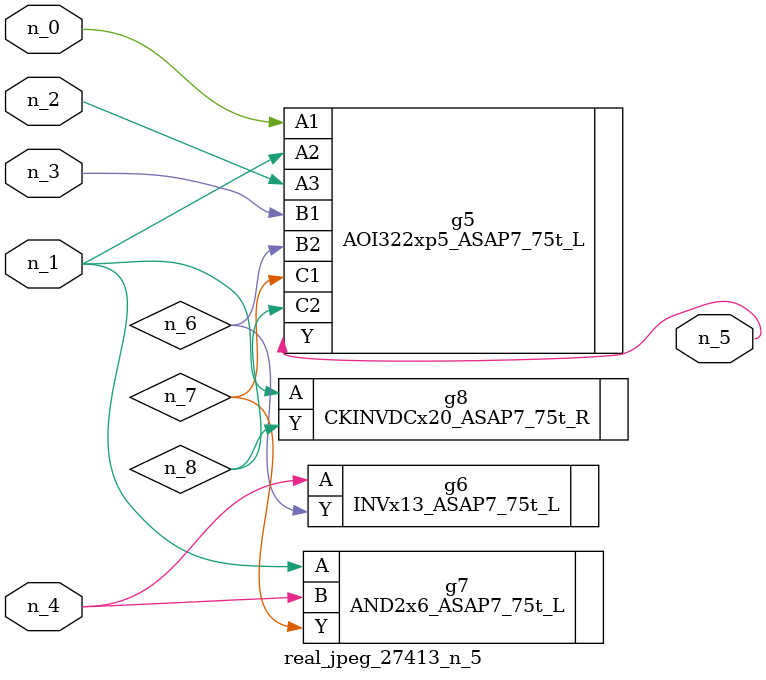
<source format=v>
module real_jpeg_27413_n_5 (n_4, n_0, n_1, n_2, n_3, n_5);

input n_4;
input n_0;
input n_1;
input n_2;
input n_3;

output n_5;

wire n_8;
wire n_6;
wire n_7;

AOI322xp5_ASAP7_75t_L g5 ( 
.A1(n_0),
.A2(n_1),
.A3(n_2),
.B1(n_3),
.B2(n_6),
.C1(n_7),
.C2(n_8),
.Y(n_5)
);

AND2x6_ASAP7_75t_L g7 ( 
.A(n_1),
.B(n_4),
.Y(n_7)
);

CKINVDCx20_ASAP7_75t_R g8 ( 
.A(n_1),
.Y(n_8)
);

INVx13_ASAP7_75t_L g6 ( 
.A(n_4),
.Y(n_6)
);


endmodule
</source>
